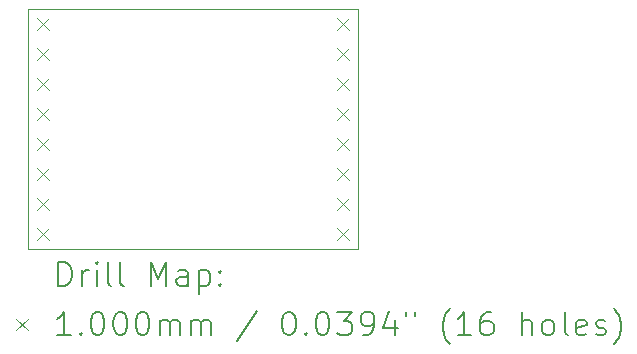
<source format=gbr>
%TF.GenerationSoftware,KiCad,Pcbnew,8.0.6*%
%TF.CreationDate,2024-11-12T13:13:14-05:00*%
%TF.ProjectId,lora_breakout,6c6f7261-5f62-4726-9561-6b6f75742e6b,rev?*%
%TF.SameCoordinates,Original*%
%TF.FileFunction,Drillmap*%
%TF.FilePolarity,Positive*%
%FSLAX45Y45*%
G04 Gerber Fmt 4.5, Leading zero omitted, Abs format (unit mm)*
G04 Created by KiCad (PCBNEW 8.0.6) date 2024-11-12 13:13:14*
%MOMM*%
%LPD*%
G01*
G04 APERTURE LIST*
%ADD10C,0.050000*%
%ADD11C,0.200000*%
%ADD12C,0.100000*%
G04 APERTURE END LIST*
D10*
X12573000Y-7493000D02*
X15367000Y-7493000D01*
X15367000Y-9525000D01*
X12573000Y-9525000D01*
X12573000Y-7493000D01*
D11*
D12*
X12650000Y-7570000D02*
X12750000Y-7670000D01*
X12750000Y-7570000D02*
X12650000Y-7670000D01*
X12650000Y-7824000D02*
X12750000Y-7924000D01*
X12750000Y-7824000D02*
X12650000Y-7924000D01*
X12650000Y-8078000D02*
X12750000Y-8178000D01*
X12750000Y-8078000D02*
X12650000Y-8178000D01*
X12650000Y-8332000D02*
X12750000Y-8432000D01*
X12750000Y-8332000D02*
X12650000Y-8432000D01*
X12650000Y-8586000D02*
X12750000Y-8686000D01*
X12750000Y-8586000D02*
X12650000Y-8686000D01*
X12650000Y-8840000D02*
X12750000Y-8940000D01*
X12750000Y-8840000D02*
X12650000Y-8940000D01*
X12650000Y-9094000D02*
X12750000Y-9194000D01*
X12750000Y-9094000D02*
X12650000Y-9194000D01*
X12650000Y-9348000D02*
X12750000Y-9448000D01*
X12750000Y-9348000D02*
X12650000Y-9448000D01*
X15190000Y-7570000D02*
X15290000Y-7670000D01*
X15290000Y-7570000D02*
X15190000Y-7670000D01*
X15190000Y-7824000D02*
X15290000Y-7924000D01*
X15290000Y-7824000D02*
X15190000Y-7924000D01*
X15190000Y-8078000D02*
X15290000Y-8178000D01*
X15290000Y-8078000D02*
X15190000Y-8178000D01*
X15190000Y-8332000D02*
X15290000Y-8432000D01*
X15290000Y-8332000D02*
X15190000Y-8432000D01*
X15190000Y-8586000D02*
X15290000Y-8686000D01*
X15290000Y-8586000D02*
X15190000Y-8686000D01*
X15190000Y-8840000D02*
X15290000Y-8940000D01*
X15290000Y-8840000D02*
X15190000Y-8940000D01*
X15190000Y-9094000D02*
X15290000Y-9194000D01*
X15290000Y-9094000D02*
X15190000Y-9194000D01*
X15190000Y-9348000D02*
X15290000Y-9448000D01*
X15290000Y-9348000D02*
X15190000Y-9448000D01*
D11*
X12831277Y-9838984D02*
X12831277Y-9638984D01*
X12831277Y-9638984D02*
X12878896Y-9638984D01*
X12878896Y-9638984D02*
X12907467Y-9648508D01*
X12907467Y-9648508D02*
X12926515Y-9667555D01*
X12926515Y-9667555D02*
X12936039Y-9686603D01*
X12936039Y-9686603D02*
X12945562Y-9724698D01*
X12945562Y-9724698D02*
X12945562Y-9753270D01*
X12945562Y-9753270D02*
X12936039Y-9791365D01*
X12936039Y-9791365D02*
X12926515Y-9810412D01*
X12926515Y-9810412D02*
X12907467Y-9829460D01*
X12907467Y-9829460D02*
X12878896Y-9838984D01*
X12878896Y-9838984D02*
X12831277Y-9838984D01*
X13031277Y-9838984D02*
X13031277Y-9705650D01*
X13031277Y-9743746D02*
X13040801Y-9724698D01*
X13040801Y-9724698D02*
X13050324Y-9715174D01*
X13050324Y-9715174D02*
X13069372Y-9705650D01*
X13069372Y-9705650D02*
X13088420Y-9705650D01*
X13155086Y-9838984D02*
X13155086Y-9705650D01*
X13155086Y-9638984D02*
X13145562Y-9648508D01*
X13145562Y-9648508D02*
X13155086Y-9658031D01*
X13155086Y-9658031D02*
X13164610Y-9648508D01*
X13164610Y-9648508D02*
X13155086Y-9638984D01*
X13155086Y-9638984D02*
X13155086Y-9658031D01*
X13278896Y-9838984D02*
X13259848Y-9829460D01*
X13259848Y-9829460D02*
X13250324Y-9810412D01*
X13250324Y-9810412D02*
X13250324Y-9638984D01*
X13383658Y-9838984D02*
X13364610Y-9829460D01*
X13364610Y-9829460D02*
X13355086Y-9810412D01*
X13355086Y-9810412D02*
X13355086Y-9638984D01*
X13612229Y-9838984D02*
X13612229Y-9638984D01*
X13612229Y-9638984D02*
X13678896Y-9781841D01*
X13678896Y-9781841D02*
X13745562Y-9638984D01*
X13745562Y-9638984D02*
X13745562Y-9838984D01*
X13926515Y-9838984D02*
X13926515Y-9734222D01*
X13926515Y-9734222D02*
X13916991Y-9715174D01*
X13916991Y-9715174D02*
X13897943Y-9705650D01*
X13897943Y-9705650D02*
X13859848Y-9705650D01*
X13859848Y-9705650D02*
X13840801Y-9715174D01*
X13926515Y-9829460D02*
X13907467Y-9838984D01*
X13907467Y-9838984D02*
X13859848Y-9838984D01*
X13859848Y-9838984D02*
X13840801Y-9829460D01*
X13840801Y-9829460D02*
X13831277Y-9810412D01*
X13831277Y-9810412D02*
X13831277Y-9791365D01*
X13831277Y-9791365D02*
X13840801Y-9772317D01*
X13840801Y-9772317D02*
X13859848Y-9762793D01*
X13859848Y-9762793D02*
X13907467Y-9762793D01*
X13907467Y-9762793D02*
X13926515Y-9753270D01*
X14021753Y-9705650D02*
X14021753Y-9905650D01*
X14021753Y-9715174D02*
X14040801Y-9705650D01*
X14040801Y-9705650D02*
X14078896Y-9705650D01*
X14078896Y-9705650D02*
X14097943Y-9715174D01*
X14097943Y-9715174D02*
X14107467Y-9724698D01*
X14107467Y-9724698D02*
X14116991Y-9743746D01*
X14116991Y-9743746D02*
X14116991Y-9800889D01*
X14116991Y-9800889D02*
X14107467Y-9819936D01*
X14107467Y-9819936D02*
X14097943Y-9829460D01*
X14097943Y-9829460D02*
X14078896Y-9838984D01*
X14078896Y-9838984D02*
X14040801Y-9838984D01*
X14040801Y-9838984D02*
X14021753Y-9829460D01*
X14202705Y-9819936D02*
X14212229Y-9829460D01*
X14212229Y-9829460D02*
X14202705Y-9838984D01*
X14202705Y-9838984D02*
X14193182Y-9829460D01*
X14193182Y-9829460D02*
X14202705Y-9819936D01*
X14202705Y-9819936D02*
X14202705Y-9838984D01*
X14202705Y-9715174D02*
X14212229Y-9724698D01*
X14212229Y-9724698D02*
X14202705Y-9734222D01*
X14202705Y-9734222D02*
X14193182Y-9724698D01*
X14193182Y-9724698D02*
X14202705Y-9715174D01*
X14202705Y-9715174D02*
X14202705Y-9734222D01*
D12*
X12470500Y-10117500D02*
X12570500Y-10217500D01*
X12570500Y-10117500D02*
X12470500Y-10217500D01*
D11*
X12936039Y-10258984D02*
X12821753Y-10258984D01*
X12878896Y-10258984D02*
X12878896Y-10058984D01*
X12878896Y-10058984D02*
X12859848Y-10087555D01*
X12859848Y-10087555D02*
X12840801Y-10106603D01*
X12840801Y-10106603D02*
X12821753Y-10116127D01*
X13021753Y-10239936D02*
X13031277Y-10249460D01*
X13031277Y-10249460D02*
X13021753Y-10258984D01*
X13021753Y-10258984D02*
X13012229Y-10249460D01*
X13012229Y-10249460D02*
X13021753Y-10239936D01*
X13021753Y-10239936D02*
X13021753Y-10258984D01*
X13155086Y-10058984D02*
X13174134Y-10058984D01*
X13174134Y-10058984D02*
X13193182Y-10068508D01*
X13193182Y-10068508D02*
X13202705Y-10078031D01*
X13202705Y-10078031D02*
X13212229Y-10097079D01*
X13212229Y-10097079D02*
X13221753Y-10135174D01*
X13221753Y-10135174D02*
X13221753Y-10182793D01*
X13221753Y-10182793D02*
X13212229Y-10220889D01*
X13212229Y-10220889D02*
X13202705Y-10239936D01*
X13202705Y-10239936D02*
X13193182Y-10249460D01*
X13193182Y-10249460D02*
X13174134Y-10258984D01*
X13174134Y-10258984D02*
X13155086Y-10258984D01*
X13155086Y-10258984D02*
X13136039Y-10249460D01*
X13136039Y-10249460D02*
X13126515Y-10239936D01*
X13126515Y-10239936D02*
X13116991Y-10220889D01*
X13116991Y-10220889D02*
X13107467Y-10182793D01*
X13107467Y-10182793D02*
X13107467Y-10135174D01*
X13107467Y-10135174D02*
X13116991Y-10097079D01*
X13116991Y-10097079D02*
X13126515Y-10078031D01*
X13126515Y-10078031D02*
X13136039Y-10068508D01*
X13136039Y-10068508D02*
X13155086Y-10058984D01*
X13345562Y-10058984D02*
X13364610Y-10058984D01*
X13364610Y-10058984D02*
X13383658Y-10068508D01*
X13383658Y-10068508D02*
X13393182Y-10078031D01*
X13393182Y-10078031D02*
X13402705Y-10097079D01*
X13402705Y-10097079D02*
X13412229Y-10135174D01*
X13412229Y-10135174D02*
X13412229Y-10182793D01*
X13412229Y-10182793D02*
X13402705Y-10220889D01*
X13402705Y-10220889D02*
X13393182Y-10239936D01*
X13393182Y-10239936D02*
X13383658Y-10249460D01*
X13383658Y-10249460D02*
X13364610Y-10258984D01*
X13364610Y-10258984D02*
X13345562Y-10258984D01*
X13345562Y-10258984D02*
X13326515Y-10249460D01*
X13326515Y-10249460D02*
X13316991Y-10239936D01*
X13316991Y-10239936D02*
X13307467Y-10220889D01*
X13307467Y-10220889D02*
X13297943Y-10182793D01*
X13297943Y-10182793D02*
X13297943Y-10135174D01*
X13297943Y-10135174D02*
X13307467Y-10097079D01*
X13307467Y-10097079D02*
X13316991Y-10078031D01*
X13316991Y-10078031D02*
X13326515Y-10068508D01*
X13326515Y-10068508D02*
X13345562Y-10058984D01*
X13536039Y-10058984D02*
X13555086Y-10058984D01*
X13555086Y-10058984D02*
X13574134Y-10068508D01*
X13574134Y-10068508D02*
X13583658Y-10078031D01*
X13583658Y-10078031D02*
X13593182Y-10097079D01*
X13593182Y-10097079D02*
X13602705Y-10135174D01*
X13602705Y-10135174D02*
X13602705Y-10182793D01*
X13602705Y-10182793D02*
X13593182Y-10220889D01*
X13593182Y-10220889D02*
X13583658Y-10239936D01*
X13583658Y-10239936D02*
X13574134Y-10249460D01*
X13574134Y-10249460D02*
X13555086Y-10258984D01*
X13555086Y-10258984D02*
X13536039Y-10258984D01*
X13536039Y-10258984D02*
X13516991Y-10249460D01*
X13516991Y-10249460D02*
X13507467Y-10239936D01*
X13507467Y-10239936D02*
X13497943Y-10220889D01*
X13497943Y-10220889D02*
X13488420Y-10182793D01*
X13488420Y-10182793D02*
X13488420Y-10135174D01*
X13488420Y-10135174D02*
X13497943Y-10097079D01*
X13497943Y-10097079D02*
X13507467Y-10078031D01*
X13507467Y-10078031D02*
X13516991Y-10068508D01*
X13516991Y-10068508D02*
X13536039Y-10058984D01*
X13688420Y-10258984D02*
X13688420Y-10125650D01*
X13688420Y-10144698D02*
X13697943Y-10135174D01*
X13697943Y-10135174D02*
X13716991Y-10125650D01*
X13716991Y-10125650D02*
X13745563Y-10125650D01*
X13745563Y-10125650D02*
X13764610Y-10135174D01*
X13764610Y-10135174D02*
X13774134Y-10154222D01*
X13774134Y-10154222D02*
X13774134Y-10258984D01*
X13774134Y-10154222D02*
X13783658Y-10135174D01*
X13783658Y-10135174D02*
X13802705Y-10125650D01*
X13802705Y-10125650D02*
X13831277Y-10125650D01*
X13831277Y-10125650D02*
X13850324Y-10135174D01*
X13850324Y-10135174D02*
X13859848Y-10154222D01*
X13859848Y-10154222D02*
X13859848Y-10258984D01*
X13955086Y-10258984D02*
X13955086Y-10125650D01*
X13955086Y-10144698D02*
X13964610Y-10135174D01*
X13964610Y-10135174D02*
X13983658Y-10125650D01*
X13983658Y-10125650D02*
X14012229Y-10125650D01*
X14012229Y-10125650D02*
X14031277Y-10135174D01*
X14031277Y-10135174D02*
X14040801Y-10154222D01*
X14040801Y-10154222D02*
X14040801Y-10258984D01*
X14040801Y-10154222D02*
X14050324Y-10135174D01*
X14050324Y-10135174D02*
X14069372Y-10125650D01*
X14069372Y-10125650D02*
X14097943Y-10125650D01*
X14097943Y-10125650D02*
X14116991Y-10135174D01*
X14116991Y-10135174D02*
X14126515Y-10154222D01*
X14126515Y-10154222D02*
X14126515Y-10258984D01*
X14516991Y-10049460D02*
X14345563Y-10306603D01*
X14774134Y-10058984D02*
X14793182Y-10058984D01*
X14793182Y-10058984D02*
X14812229Y-10068508D01*
X14812229Y-10068508D02*
X14821753Y-10078031D01*
X14821753Y-10078031D02*
X14831277Y-10097079D01*
X14831277Y-10097079D02*
X14840801Y-10135174D01*
X14840801Y-10135174D02*
X14840801Y-10182793D01*
X14840801Y-10182793D02*
X14831277Y-10220889D01*
X14831277Y-10220889D02*
X14821753Y-10239936D01*
X14821753Y-10239936D02*
X14812229Y-10249460D01*
X14812229Y-10249460D02*
X14793182Y-10258984D01*
X14793182Y-10258984D02*
X14774134Y-10258984D01*
X14774134Y-10258984D02*
X14755086Y-10249460D01*
X14755086Y-10249460D02*
X14745563Y-10239936D01*
X14745563Y-10239936D02*
X14736039Y-10220889D01*
X14736039Y-10220889D02*
X14726515Y-10182793D01*
X14726515Y-10182793D02*
X14726515Y-10135174D01*
X14726515Y-10135174D02*
X14736039Y-10097079D01*
X14736039Y-10097079D02*
X14745563Y-10078031D01*
X14745563Y-10078031D02*
X14755086Y-10068508D01*
X14755086Y-10068508D02*
X14774134Y-10058984D01*
X14926515Y-10239936D02*
X14936039Y-10249460D01*
X14936039Y-10249460D02*
X14926515Y-10258984D01*
X14926515Y-10258984D02*
X14916991Y-10249460D01*
X14916991Y-10249460D02*
X14926515Y-10239936D01*
X14926515Y-10239936D02*
X14926515Y-10258984D01*
X15059848Y-10058984D02*
X15078896Y-10058984D01*
X15078896Y-10058984D02*
X15097944Y-10068508D01*
X15097944Y-10068508D02*
X15107467Y-10078031D01*
X15107467Y-10078031D02*
X15116991Y-10097079D01*
X15116991Y-10097079D02*
X15126515Y-10135174D01*
X15126515Y-10135174D02*
X15126515Y-10182793D01*
X15126515Y-10182793D02*
X15116991Y-10220889D01*
X15116991Y-10220889D02*
X15107467Y-10239936D01*
X15107467Y-10239936D02*
X15097944Y-10249460D01*
X15097944Y-10249460D02*
X15078896Y-10258984D01*
X15078896Y-10258984D02*
X15059848Y-10258984D01*
X15059848Y-10258984D02*
X15040801Y-10249460D01*
X15040801Y-10249460D02*
X15031277Y-10239936D01*
X15031277Y-10239936D02*
X15021753Y-10220889D01*
X15021753Y-10220889D02*
X15012229Y-10182793D01*
X15012229Y-10182793D02*
X15012229Y-10135174D01*
X15012229Y-10135174D02*
X15021753Y-10097079D01*
X15021753Y-10097079D02*
X15031277Y-10078031D01*
X15031277Y-10078031D02*
X15040801Y-10068508D01*
X15040801Y-10068508D02*
X15059848Y-10058984D01*
X15193182Y-10058984D02*
X15316991Y-10058984D01*
X15316991Y-10058984D02*
X15250325Y-10135174D01*
X15250325Y-10135174D02*
X15278896Y-10135174D01*
X15278896Y-10135174D02*
X15297944Y-10144698D01*
X15297944Y-10144698D02*
X15307467Y-10154222D01*
X15307467Y-10154222D02*
X15316991Y-10173270D01*
X15316991Y-10173270D02*
X15316991Y-10220889D01*
X15316991Y-10220889D02*
X15307467Y-10239936D01*
X15307467Y-10239936D02*
X15297944Y-10249460D01*
X15297944Y-10249460D02*
X15278896Y-10258984D01*
X15278896Y-10258984D02*
X15221753Y-10258984D01*
X15221753Y-10258984D02*
X15202706Y-10249460D01*
X15202706Y-10249460D02*
X15193182Y-10239936D01*
X15412229Y-10258984D02*
X15450325Y-10258984D01*
X15450325Y-10258984D02*
X15469372Y-10249460D01*
X15469372Y-10249460D02*
X15478896Y-10239936D01*
X15478896Y-10239936D02*
X15497944Y-10211365D01*
X15497944Y-10211365D02*
X15507467Y-10173270D01*
X15507467Y-10173270D02*
X15507467Y-10097079D01*
X15507467Y-10097079D02*
X15497944Y-10078031D01*
X15497944Y-10078031D02*
X15488420Y-10068508D01*
X15488420Y-10068508D02*
X15469372Y-10058984D01*
X15469372Y-10058984D02*
X15431277Y-10058984D01*
X15431277Y-10058984D02*
X15412229Y-10068508D01*
X15412229Y-10068508D02*
X15402706Y-10078031D01*
X15402706Y-10078031D02*
X15393182Y-10097079D01*
X15393182Y-10097079D02*
X15393182Y-10144698D01*
X15393182Y-10144698D02*
X15402706Y-10163746D01*
X15402706Y-10163746D02*
X15412229Y-10173270D01*
X15412229Y-10173270D02*
X15431277Y-10182793D01*
X15431277Y-10182793D02*
X15469372Y-10182793D01*
X15469372Y-10182793D02*
X15488420Y-10173270D01*
X15488420Y-10173270D02*
X15497944Y-10163746D01*
X15497944Y-10163746D02*
X15507467Y-10144698D01*
X15678896Y-10125650D02*
X15678896Y-10258984D01*
X15631277Y-10049460D02*
X15583658Y-10192317D01*
X15583658Y-10192317D02*
X15707467Y-10192317D01*
X15774134Y-10058984D02*
X15774134Y-10097079D01*
X15850325Y-10058984D02*
X15850325Y-10097079D01*
X16145563Y-10335174D02*
X16136039Y-10325650D01*
X16136039Y-10325650D02*
X16116991Y-10297079D01*
X16116991Y-10297079D02*
X16107468Y-10278031D01*
X16107468Y-10278031D02*
X16097944Y-10249460D01*
X16097944Y-10249460D02*
X16088420Y-10201841D01*
X16088420Y-10201841D02*
X16088420Y-10163746D01*
X16088420Y-10163746D02*
X16097944Y-10116127D01*
X16097944Y-10116127D02*
X16107468Y-10087555D01*
X16107468Y-10087555D02*
X16116991Y-10068508D01*
X16116991Y-10068508D02*
X16136039Y-10039936D01*
X16136039Y-10039936D02*
X16145563Y-10030412D01*
X16326515Y-10258984D02*
X16212229Y-10258984D01*
X16269372Y-10258984D02*
X16269372Y-10058984D01*
X16269372Y-10058984D02*
X16250325Y-10087555D01*
X16250325Y-10087555D02*
X16231277Y-10106603D01*
X16231277Y-10106603D02*
X16212229Y-10116127D01*
X16497944Y-10058984D02*
X16459848Y-10058984D01*
X16459848Y-10058984D02*
X16440801Y-10068508D01*
X16440801Y-10068508D02*
X16431277Y-10078031D01*
X16431277Y-10078031D02*
X16412229Y-10106603D01*
X16412229Y-10106603D02*
X16402706Y-10144698D01*
X16402706Y-10144698D02*
X16402706Y-10220889D01*
X16402706Y-10220889D02*
X16412229Y-10239936D01*
X16412229Y-10239936D02*
X16421753Y-10249460D01*
X16421753Y-10249460D02*
X16440801Y-10258984D01*
X16440801Y-10258984D02*
X16478896Y-10258984D01*
X16478896Y-10258984D02*
X16497944Y-10249460D01*
X16497944Y-10249460D02*
X16507468Y-10239936D01*
X16507468Y-10239936D02*
X16516991Y-10220889D01*
X16516991Y-10220889D02*
X16516991Y-10173270D01*
X16516991Y-10173270D02*
X16507468Y-10154222D01*
X16507468Y-10154222D02*
X16497944Y-10144698D01*
X16497944Y-10144698D02*
X16478896Y-10135174D01*
X16478896Y-10135174D02*
X16440801Y-10135174D01*
X16440801Y-10135174D02*
X16421753Y-10144698D01*
X16421753Y-10144698D02*
X16412229Y-10154222D01*
X16412229Y-10154222D02*
X16402706Y-10173270D01*
X16755087Y-10258984D02*
X16755087Y-10058984D01*
X16840801Y-10258984D02*
X16840801Y-10154222D01*
X16840801Y-10154222D02*
X16831277Y-10135174D01*
X16831277Y-10135174D02*
X16812230Y-10125650D01*
X16812230Y-10125650D02*
X16783658Y-10125650D01*
X16783658Y-10125650D02*
X16764610Y-10135174D01*
X16764610Y-10135174D02*
X16755087Y-10144698D01*
X16964611Y-10258984D02*
X16945563Y-10249460D01*
X16945563Y-10249460D02*
X16936039Y-10239936D01*
X16936039Y-10239936D02*
X16926515Y-10220889D01*
X16926515Y-10220889D02*
X16926515Y-10163746D01*
X16926515Y-10163746D02*
X16936039Y-10144698D01*
X16936039Y-10144698D02*
X16945563Y-10135174D01*
X16945563Y-10135174D02*
X16964611Y-10125650D01*
X16964611Y-10125650D02*
X16993182Y-10125650D01*
X16993182Y-10125650D02*
X17012230Y-10135174D01*
X17012230Y-10135174D02*
X17021753Y-10144698D01*
X17021753Y-10144698D02*
X17031277Y-10163746D01*
X17031277Y-10163746D02*
X17031277Y-10220889D01*
X17031277Y-10220889D02*
X17021753Y-10239936D01*
X17021753Y-10239936D02*
X17012230Y-10249460D01*
X17012230Y-10249460D02*
X16993182Y-10258984D01*
X16993182Y-10258984D02*
X16964611Y-10258984D01*
X17145563Y-10258984D02*
X17126515Y-10249460D01*
X17126515Y-10249460D02*
X17116992Y-10230412D01*
X17116992Y-10230412D02*
X17116992Y-10058984D01*
X17297944Y-10249460D02*
X17278896Y-10258984D01*
X17278896Y-10258984D02*
X17240801Y-10258984D01*
X17240801Y-10258984D02*
X17221753Y-10249460D01*
X17221753Y-10249460D02*
X17212230Y-10230412D01*
X17212230Y-10230412D02*
X17212230Y-10154222D01*
X17212230Y-10154222D02*
X17221753Y-10135174D01*
X17221753Y-10135174D02*
X17240801Y-10125650D01*
X17240801Y-10125650D02*
X17278896Y-10125650D01*
X17278896Y-10125650D02*
X17297944Y-10135174D01*
X17297944Y-10135174D02*
X17307468Y-10154222D01*
X17307468Y-10154222D02*
X17307468Y-10173270D01*
X17307468Y-10173270D02*
X17212230Y-10192317D01*
X17383658Y-10249460D02*
X17402706Y-10258984D01*
X17402706Y-10258984D02*
X17440801Y-10258984D01*
X17440801Y-10258984D02*
X17459849Y-10249460D01*
X17459849Y-10249460D02*
X17469373Y-10230412D01*
X17469373Y-10230412D02*
X17469373Y-10220889D01*
X17469373Y-10220889D02*
X17459849Y-10201841D01*
X17459849Y-10201841D02*
X17440801Y-10192317D01*
X17440801Y-10192317D02*
X17412230Y-10192317D01*
X17412230Y-10192317D02*
X17393182Y-10182793D01*
X17393182Y-10182793D02*
X17383658Y-10163746D01*
X17383658Y-10163746D02*
X17383658Y-10154222D01*
X17383658Y-10154222D02*
X17393182Y-10135174D01*
X17393182Y-10135174D02*
X17412230Y-10125650D01*
X17412230Y-10125650D02*
X17440801Y-10125650D01*
X17440801Y-10125650D02*
X17459849Y-10135174D01*
X17536039Y-10335174D02*
X17545563Y-10325650D01*
X17545563Y-10325650D02*
X17564611Y-10297079D01*
X17564611Y-10297079D02*
X17574134Y-10278031D01*
X17574134Y-10278031D02*
X17583658Y-10249460D01*
X17583658Y-10249460D02*
X17593182Y-10201841D01*
X17593182Y-10201841D02*
X17593182Y-10163746D01*
X17593182Y-10163746D02*
X17583658Y-10116127D01*
X17583658Y-10116127D02*
X17574134Y-10087555D01*
X17574134Y-10087555D02*
X17564611Y-10068508D01*
X17564611Y-10068508D02*
X17545563Y-10039936D01*
X17545563Y-10039936D02*
X17536039Y-10030412D01*
M02*

</source>
